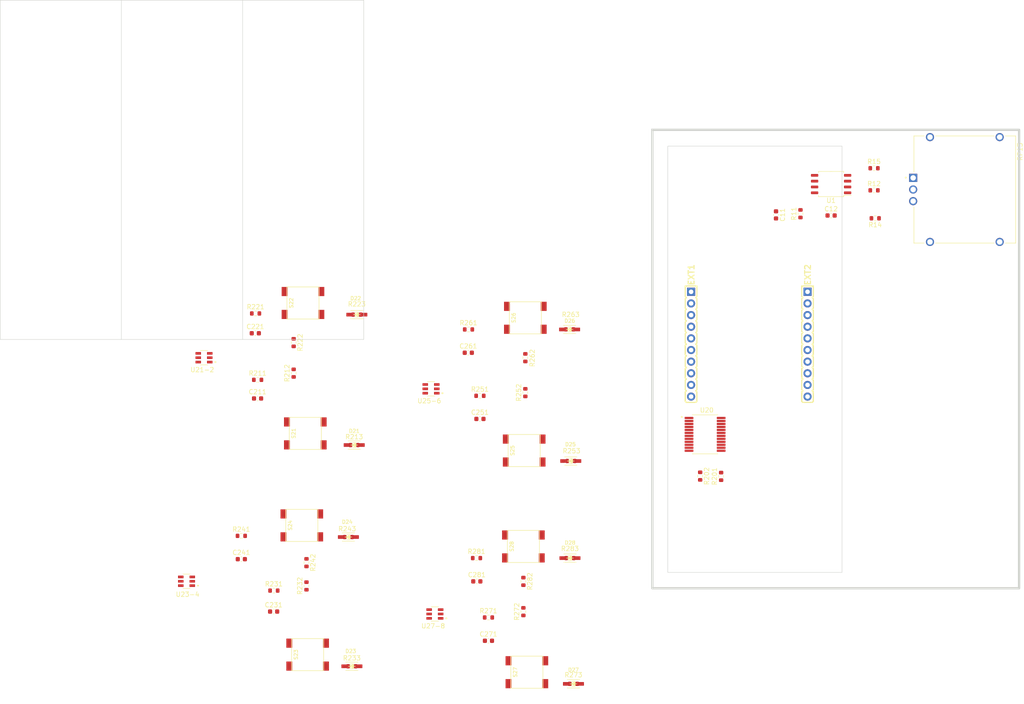
<source format=kicad_pcb>
(kicad_pcb (version 20211014) (generator pcbnew)
  (layers (0 "F.Cu" signal) (31 "B.Cu" signal) (34 "B.Paste" user) (35 "F.Paste" user) (36 "B.SilkS" user "B.Silkscreen") (37 "F.SilkS" user "F.Silkscreen") (38 "B.Mask" user) (39 "F.Mask" user) (44 "Edge.Cuts" user))
  (net 0 "")
  (net 1 "/ADC_CH0-U11RP1")
  (net 2 "GND")
  (net 3 "+3V3")
  (net 4 "Net-(C211-Pad1)")
  (net 5 "Net-(C221-Pad1)")
  (net 6 "Net-(C231-Pad1)")
  (net 7 "Net-(C241-Pad1)")
  (net 8 "Net-(C251-Pad1)")
  (net 9 "Net-(C261-Pad1)")
  (net 10 "Net-(C271-Pad1)")
  (net 11 "Net-(C281-Pad1)")
  (net 12 "Net-(D21-Pad1)")
  (net 13 "+5V")
  (net 14 "Net-(D22-Pad1)")
  (net 15 "Net-(D23-Pad1)")
  (net 16 "Net-(D24-Pad1)")
  (net 17 "Net-(D25-Pad1)")
  (net 18 "Net-(D26-Pad1)")
  (net 19 "Net-(D27-Pad1)")
  (net 20 "Net-(D28-Pad1)")
  (net 25 "/GPIO3-U20RESET")
  (net 32 "/GPIO32-INTB")
  (net 33 "/I2C_SCL")
  (net 36 "/I2C_SDA")
  (net 38 "Net-(R14-Pad1)")
  (net 39 "Net-(R15-Pad2)")
  (net 40 "Net-(R201-Pad2)")
  (net 41 "Net-(R211-Pad2)")
  (net 42 "Net-(R221-Pad2)")
  (net 43 "Net-(R231-Pad2)")
  (net 44 "Net-(R241-Pad2)")
  (net 45 "Net-(R251-Pad2)")
  (net 46 "Net-(R261-Pad2)")
  (net 47 "Net-(R271-Pad2)")
  (net 48 "Net-(R281-Pad2)")
  (net 49 "/U20GPA4-S21LED")
  (net 50 "/U20GPA5-S22LED")
  (net 51 "/U20GPA6-S23LED")
  (net 52 "/U20GPA7-S24LED")
  (net 53 "/U20GPA0-S25LED")
  (net 54 "/U20GPA1-S26LED")
  (net 55 "/U20GPA2-S27LED")
  (net 56 "/U20GPA3-S28LED")
  (net 57 "/U20GPB0-U256S25")
  (net 58 "/U20GPB1-U256S26")
  (net 59 "/U20GPB2-U278S27")
  (net 60 "/U20GPB3-U278S28")
  (net 61 "/U20GPB4-U212S21")
  (net 62 "/U20GPB5-U212S22")
  (net 63 "/U20GPB6-U234S23")
  (net 64 "/U20GPB7-U234S24")
  (net 69 "Net-(R12-Pad1)")
  (net 70 "Net-(R12-Pad2)")
  (footprint "Resistor_SMD:R_0603_1608Metric" (layer "F.Cu") (at 114.118 133.372 90)
    (fp_text reference "R272" (at 0 -1.43 90) (layer "F.SilkS"))
    (fp_text value "1KOhm")
    (pad "1" smd roundrect (at -0.825 0 90) (size 0.8 0.95) (layers "F.Cu" "F.Paste" "F.Mask") (net 47 "Net-(R271-Pad2)"))
    (pad "2" smd roundrect (at 0.825 0 90) (size 0.8 0.95) (layers "F.Cu" "F.Paste" "F.Mask") (net 3 "+3V3"))
  )
  (footprint "Resistor_SMD:R_0603_1608Metric" (layer "F.Cu") (at 59.69 128.778)
    (fp_text reference "R231" (at 0 -1.43) (layer "F.SilkS"))
    (fp_text value "10KOhm")
    (pad "1" smd roundrect (at -0.825 0) (size 0.8 0.95) (layers "F.Cu" "F.Paste" "F.Mask") (net 6 "Net-(C231-Pad1)"))
    (pad "2" smd roundrect (at 0.825 0) (size 0.8 0.95) (layers "F.Cu" "F.Paste" "F.Mask") (net 43 "Net-(R231-Pad2)"))
  )
  (footprint "3006:3006.2100" (layer "F.Cu") (at 66.04 66.04 90)
    (fp_text reference "S22" (at 0 -2.54 90) (layer "F.SilkS") (effects (font (size 0.787402 0.787402))))
    (fp_text value "3006.2100")
    (pad "1" smd rect locked (at 2.5 4 180) (size 1.3 2) (layers "F.Cu" "F.Paste" "F.Mask") (net 2 "GND"))
    (pad "2" smd rect locked (at -2.5 -4 180) (size 1.3 2) (layers "F.Cu" "F.Paste" "F.Mask") (net 42 "Net-(R221-Pad2)"))
    (pad "A" smd rect locked (at -2.5 4 180) (size 1.3 2) (layers "F.Cu" "F.Paste" "F.Mask") (net 14 "Net-(D22-Pad1)"))
    (pad "K" smd rect locked (at 2.5 -4 180) (size 1.3 2) (layers "F.Cu" "F.Paste" "F.Mask") (net 50 "/U20GPA5-S22LED"))
  )
  (footprint "Resistor_SMD:R_0603_1608Metric" (layer "F.Cu") (at 125.04 149.12)
    (fp_text reference "R273" (at 0 -1.938) (layer "F.SilkS"))
    (fp_text value "150Ohm")
    (pad "1" smd roundrect (at -0.825 0) (size 0.8 0.95) (layers "F.Cu" "F.Paste" "F.Mask") (net 19 "Net-(D27-Pad1)"))
    (pad "2" smd roundrect (at 0.825 0) (size 0.8 0.95) (layers "F.Cu" "F.Paste" "F.Mask") (net 13 "+5V"))
  )
  (footprint "3006:3006.2100" (layer "F.Cu") (at 114.88 146.58 90)
    (fp_text reference "S27" (at 0 -2.54 90) (layer "F.SilkS") (effects (font (size 0.787402 0.787402))))
    (fp_text value "3006.2100")
    (pad "1" smd rect locked (at 2.5 4 180) (size 1.3 2) (layers "F.Cu" "F.Paste" "F.Mask") (net 2 "GND"))
    (pad "2" smd rect locked (at -2.5 -4 180) (size 1.3 2) (layers "F.Cu" "F.Paste" "F.Mask") (net 47 "Net-(R271-Pad2)"))
    (pad "A" smd rect locked (at -2.5 4 180) (size 1.3 2) (layers "F.Cu" "F.Paste" "F.Mask") (net 19 "Net-(D27-Pad1)"))
    (pad "K" smd rect locked (at 2.5 -4 180) (size 1.3 2) (layers "F.Cu" "F.Paste" "F.Mask") (net 55 "/U20GPA2-S27LED"))
  )
  (footprint "Resistor_SMD:R_0603_1608Metric" (layer "F.Cu") (at 66.802 122.682 -90)
    (fp_text reference "R242" (at 0 -1.43 90) (layer "F.SilkS"))
    (fp_text value "1KOhm")
    (pad "1" smd roundrect (at -0.825 0 270) (size 0.8 0.95) (layers "F.Cu" "F.Paste" "F.Mask") (net 44 "Net-(R241-Pad2)"))
    (pad "2" smd roundrect (at 0.825 0 270) (size 0.8 0.95) (layers "F.Cu" "F.Paste" "F.Mask") (net 3 "+3V3"))
  )
  (footprint "Resistor_SMD:R_0603_1608Metric" (layer "F.Cu") (at 152.6805 103.802 -90)
    (fp_text reference "R202" (at 0 -1.43 90) (layer "F.SilkS"))
    (fp_text value "1kOhm")
    (pad "1" smd roundrect (at -0.825 0 270) (size 0.8 0.95) (layers "F.Cu" "F.Paste" "F.Mask") (net 40 "Net-(R201-Pad2)"))
    (pad "2" smd roundrect (at 0.825 0 270) (size 0.8 0.95) (layers "F.Cu" "F.Paste" "F.Mask") (net 2 "GND"))
  )
  (footprint "NSI45020T1G:SOD3716X135N" (layer "F.Cu") (at 124.196 71.814)
    (fp_text reference "D26" (at 0.04 -1.88319) (layer "F.SilkS") (effects (font (size 0.800079 0.800079))))
    (fp_text value "NSI45020T1G")
    (pad "1" smd roundrect locked (at -1.73 0) (size 1.12 0.8) (layers "F.Cu" "F.Paste" "F.Mask") (roundrect_rratio 0.08) (net 18 "Net-(D26-Pad1)"))
    (pad "2" smd roundrect locked (at 1.73 0) (size 1.12 0.8) (layers "F.Cu" "F.Paste" "F.Mask") (roundrect_rratio 0.08) (net 13 "+5V"))
  )
  (footprint "connecteur:HN1x10" (layer "F.Cu") (at 150.7 75.03 -90)
    (fp_text reference "EXT1" (at -15.143 -0.0635 90 unlocked) (layer "F.SilkS") (effects (font (size 1.27 1.27) (thickness 0.254))))
    (fp_text value "NS(HN1x10)")
    (pad "1" thru_hole rect (at -11.43 0 270) (size 1.778 1.778) (drill 1) (layers *.Cu *.Mask) (net 13 "+5V"))
    (pad "2" thru_hole circle (at -8.89 0 270) (size 1.778 1.778) (drill 1) (layers *.Cu *.Mask) (net 3 "+3V3"))
    (pad "3" thru_hole circle (at -6.35 0 270) (size 1.778 1.778) (drill 1) (layers *.Cu *.Mask) (net 2 "GND"))
    (pad "4" thru_hole circle (at -3.81 0 270) (size 1.778 1.778) (drill 1) (layers *.Cu *.Mask))
    (pad "5" thru_hole circle (at -1.27 0 270) (size 1.778 1.778) (drill 1) (layers *.Cu *.Mask))
    (pad "6" thru_hole circle (at 1.27 0 270) (size 1.778 1.778) (drill 1) (layers *.Cu *.Mask))
    (pad "7" thru_hole circle (at 3.81 0 270) (size 1.778 1.778) (drill 1) (layers *.Cu *.Mask))
    (pad "8" thru_hole circle (at 6.35 0 270) (size 1.778 1.778) (drill 1) (layers *.Cu *.Mask))
    (pad "9" thru_hole circle (at 8.89 0 270) (size 1.778 1.778) (drill 1) (layers *.Cu *.Mask))
    (pad "10" thru_hole circle (at 11.43 0 270) (size 1.778 1.778) (drill 1) (layers *.Cu *.Mask))
  )
  (footprint "Resistor_SMD:R_0603_1608Metric" (layer "F.Cu") (at 104.638 86.292)
    (fp_text reference "R251" (at 0 -1.43) (layer "F.SilkS"))
    (fp_text value "10KOhm")
    (pad "1" smd roundrect (at -0.825 0) (size 0.8 0.95) (layers "F.Cu" "F.Paste" "F.Mask") (net 8 "Net-(C251-Pad1)"))
    (pad "2" smd roundrect (at 0.825 0) (size 0.8 0.95) (layers "F.Cu" "F.Paste" "F.Mask") (net 45 "Net-(R251-Pad2)"))
  )
  (footprint "Capacitor_SMD:C_0603_1608Metric" (layer "F.Cu") (at 104.638 91.332)
    (fp_text reference "C251" (at 0 -1.43) (layer "F.SilkS"))
    (fp_text value "100nF")
    (pad "1" smd roundrect (at -0.775 0) (size 0.9 0.95) (layers "F.Cu" "F.Paste" "F.Mask") (net 8 "Net-(C251-Pad1)"))
    (pad "2" smd roundrect (at 0.775 0) (size 0.9 0.95) (layers "F.Cu" "F.Paste" "F.Mask") (net 2 "GND"))
  )
  (footprint "Capacitor_SMD:C_0603_1608Metric" (layer "F.Cu") (at 102.098 76.894)
    (fp_text reference "C261" (at 0 -1.43) (layer "F.SilkS"))
    (fp_text value "100nF")
    (pad "1" smd roundrect (at -0.775 0) (size 0.9 0.95) (layers "F.Cu" "F.Paste" "F.Mask") (net 9 "Net-(C261-Pad1)"))
    (pad "2" smd roundrect (at 0.775 0) (size 0.9 0.95) (layers "F.Cu" "F.Paste" "F.Mask") (net 2 "GND"))
  )
  (footprint "Capacitor_SMD:C_0603_1608Metric" (layer "F.Cu") (at 56.134 86.868)
    (fp_text reference "C211" (at 0 -1.43) (layer "F.SilkS"))
    (fp_text value "100nF")
    (pad "1" smd roundrect (at -0.775 0) (size 0.9 0.95) (layers "F.Cu" "F.Paste" "F.Mask") (net 4 "Net-(C211-Pad1)"))
    (pad "2" smd roundrect (at 0.775 0) (size 0.9 0.95) (layers "F.Cu" "F.Paste" "F.Mask") (net 2 "GND"))
  )
  (footprint "Resistor_SMD:R_0603_1608Metric" (layer "F.Cu") (at 77.216 97.028)
    (fp_text reference "R213" (at 0 -1.778) (layer "F.SilkS"))
    (fp_text value "150Ohm")
    (pad "1" smd roundrect (at -0.825 0) (size 0.8 0.95) (layers "F.Cu" "F.Paste" "F.Mask") (net 12 "Net-(D21-Pad1)"))
    (pad "2" smd roundrect (at 0.825 0) (size 0.8 0.95) (layers "F.Cu" "F.Paste" "F.Mask") (net 13 "+5V"))
  )
  (footprint "Resistor_SMD:R_0603_1608Metric" (layer "F.Cu") (at 124.196 71.794)
    (fp_text reference "R263" (at 0.25 -3.22) (layer "F.SilkS"))
    (fp_text value "150Ohm")
    (pad "1" smd roundrect (at -0.825 0) (size 0.8 0.95) (layers "F.Cu" "F.Paste" "F.Mask") (net 18 "Net-(D26-Pad1)"))
    (pad "2" smd roundrect (at 0.825 0) (size 0.8 0.95) (layers "F.Cu" "F.Paste" "F.Mask") (net 13 "+5V"))
  )
  (footprint "Resistor_SMD:R_0603_1608Metric" (layer "F.Cu") (at 75.946 117.094)
    (fp_text reference "R243" (at -0.254 -1.778) (layer "F.SilkS"))
    (fp_text value "150Ohm")
    (pad "1" smd roundrect (at -0.825 0) (size 0.8 0.95) (layers "F.Cu" "F.Paste" "F.Mask") (net 16 "Net-(D24-Pad1)"))
    (pad "2" smd roundrect (at 0.825 0) (size 0.8 0.95) (layers "F.Cu" "F.Paste" "F.Mask") (net 13 "+5V"))
  )
  (footprint "SN74LVC2G14DBVTG4:SOT95P280X145-6N" (layer "F.Cu") (at 40.64 126.746 180)
    (fp_text reference "U23-4" (at -0.239 -2.86) (layer "F.SilkS"))
    (fp_text value "SN74LVC2G14DBVTG4")
    (pad "1" smd roundrect locked (at -1.255 -0.95 180) (size 1.21 0.58) (layers "F.Cu" "F.Paste" "F.Mask") (roundrect_rratio 0.07) (net 6 "Net-(C231-Pad1)"))
    (pad "2" smd roundrect locked (at -1.255 0 180) (size 1.21 0.58) (layers "F.Cu" "F.Paste" "F.Mask") (roundrect_rratio 0.07) (net 2 "GND"))
    (pad "3" smd roundrect locked (at -1.255 0.95 180) (size 1.21 0.58) (layers "F.Cu" "F.Paste" "F.Mask") (roundrect_rratio 0.07) (net 7 "Net-(C241-Pad1)"))
    (pad "4" smd roundrect locked (at 1.255 0.95 180) (size 1.21 0.58) (layers "F.Cu" "F.Paste" "F.Mask") (roundrect_rratio 0.07) (net 64 "/U20GPB7-U234S24"))
    (pad "5" smd roundrect locked (at 1.255 0 180) (size 1.21 0.58) (layers "F.Cu" "F.Paste" "F.Mask") (roundrect_rratio 0.07) (net 3 "+3V3"))
    (pad "6" smd roundrect locked (at 1.255 -0.95 180) (size 1.21 0.58) (layers "F.Cu" "F.Paste" "F.Mask") (roundrect_rratio 0.07) (net 63 "/U20GPB6-U234S23"))
  )
  (footprint "Resistor_SMD:R_0603_1608Metric" (layer "F.Cu") (at 190.61 41.468)
    (fp_text reference "R12" (at 0 -1.43) (layer "F.SilkS"))
    (fp_text value "150Ohm")
    (pad "1" smd roundrect (at -0.825 0) (size 0.8 0.95) (layers "F.Cu" "F.Paste" "F.Mask") (net 69 "Net-(R12-Pad1)"))
    (pad "2" smd roundrect (at 0.825 0) (size 0.8 0.95) (layers "F.Cu" "F.Paste" "F.Mask") (net 70 "Net-(R12-Pad2)"))
  )
  (footprint "SN74LVC2G14DBVTG4:SOT95P280X145-6N" (layer "F.Cu") (at 93.97 84.768 180)
    (fp_text reference "U25-6" (at 0.375 -2.635) (layer "F.SilkS"))
    (fp_text value "SN74LVC2G14DBVTG4")
    (pad "1" smd roundrect locked (at -1.255 -0.95 180) (size 1.21 0.58) (layers "F.Cu" "F.Paste" "F.Mask") (roundrect_rratio 0.07) (net 8 "Net-(C251-Pad1)"))
    (pad "2" smd roundrect locked (at -1.255 0 180) (size 1.21 0.58) (layers "F.Cu" "F.Paste" "F.Mask") (roundrect_rratio 0.07) (net 2 "GND"))
    (pad "3" smd roundrect locked (at -1.255 0.95 180) (size 1.21 0.58) (layers "F.Cu" "F.Paste" "F.Mask") (roundrect_rratio 0.07) (net 9 "Net-(C261-Pad1)"))
    (pad "4" smd roundrect locked (at 1.255 0.95 180) (size 1.21 0.58) (layers "F.Cu" "F.Paste" "F.Mask") (roundrect_rratio 0.07) (net 58 "/U20GPB1-U256S26"))
    (pad "5" smd roundrect locked (at 1.255 0 180) (size 1.21 0.58) (layers "F.Cu" "F.Paste" "F.Mask") (roundrect_rratio 0.07) (net 3 "+3V3"))
    (pad "6" smd roundrect locked (at 1.255 -0.95 180) (size 1.21 0.58) (layers "F.Cu" "F.Paste" "F.Mask") (roundrect_rratio 0.07) (net 57 "/U20GPB0-U256S25"))
  )
  (footprint "connecteur:HN1x10" (layer "F.Cu") (at 176.1 75.03 -90)
    (fp_text reference "EXT2" (at -15.143 -0.0635 90 unlocked) (layer "F.SilkS") (effects (font (size 1.27 1.27) (thickness 0.254))))
    (fp_text value "NS(HN1x10)")
    (pad "1" thru_hole rect (at -11.43 0 270) (size 1.778 1.778) (drill 1) (layers *.Cu *.Mask))
    (pad "2" thru_hole circle (at -8.89 0 270) (size 1.778 1.778) (drill 1) (layers *.Cu *.Mask))
    (pad "3" thru_hole circle (at -6.35 0 270) (size 1.778 1.778) (drill 1) (layers *.Cu *.Mask) (net 1 "/ADC_CH0-U11RP1"))
    (pad "4" thru_hole circle (at -3.81 0 270) (size 1.778 1.778) (drill 1) (layers *.Cu *.Mask))
    (pad "5" thru_hole circle (at -1.27 0 270) (size 1.778 1.778) (drill 1) (layers *.Cu *.Mask))
    (pad "6" thru_hole circle (at 1.27 0 270) (size 1.778 1.778) (drill 1) (layers *.Cu *.Mask) (net 32 "/GPIO32-INTB"))
    (pad "7" thru_hole circle (at 3.81 0 270) (size 1.778 1.778) (drill 1) (layers *.Cu *.Mask) (net 33 "/I2C_SCL"))
    (pad "8" thru_hole circle (at 6.35 0 270) (size 1.778 1.778) (drill 1) (layers *.Cu *.Mask))
    (pad "9" thru_hole circle (at 8.89 0 270) (size 1.778 1.778) (drill 1) (layers *.Cu *.Mask))
    (pad "10" thru_hole circle (at 11.43 0 270) (size 1.778 1.778) (drill 1) (layers *.Cu *.Mask) (net 36 "/I2C_SDA"))
  )
  (footprint "NSI45020T1G:SOD3716X135N" (layer "F.Cu") (at 75.946 117.094)
    (fp_text reference "D24" (at -0.254 -3.302) (layer "F.SilkS") (effects (font (size 0.800079 0.800079))))
    (fp_text value "NSI45020T1G")
    (pad "1" smd roundrect locked (at -1.73 0) (size 1.12 0.8) (layers "F.Cu" "F.Paste" "F.Mask") (roundrect_rratio 0.08) (net 16 "Net-(D24-Pad1)"))
    (pad "2" smd roundrect locked (at 1.73 0) (size 1.12 0.8) (layers "F.Cu" "F.Paste" "F.Mask") (roundrect_rratio 0.08) (net 13 "+5V"))
  )
  (footprint "3006:3006.2100" (layer "F.Cu") (at 67.056 142.748 90)
    (fp_text reference "S23" (at 0 -2.54 90) (layer "F.SilkS") (effects (font (size 0.787402 0.787402))))
    (fp_text value "3006.2100")
    (pad "1" smd rect locked (at 2.5 4 180) (size 1.3 2) (layers "F.Cu" "F.Paste" "F.Mask") (net 2 "GND"))
    (pad "2" smd rect locked (at -2.5 -4 180) (size 1.3 2) (layers "F.Cu" "F.Paste" "F.Mask") (net 43 "Net-(R231-Pad2)"))
    (pad "A" smd rect locked (at -2.5 4 180) (size 1.3 2) (layers "F.Cu" "F.Paste" "F.Mask") (net 15 "Net-(D23-Pad1)"))
    (pad "K" smd rect locked (at 2.5 -4 180) (size 1.3 2) (layers "F.Cu" "F.Paste" "F.Mask") (net 51 "/U20GPA6-S23LED"))
  )
  (footprint "Resistor_SMD:R_0603_1608Metric" (layer "F.Cu") (at 114.118 126.768 -90)
    (fp_text reference "R282" (at 0 -1.43 90) (layer "F.SilkS"))
    (fp_text value "1KOhm")
    (pad "1" smd roundrect (at -0.825 0 270) (size 0.8 0.95) (layers "F.Cu" "F.Paste" "F.Mask") (net 48 "Net-(R281-Pad2)"))
    (pad "2" smd roundrect (at 0.825 0 270) (size 0.8 0.95) (layers "F.Cu" "F.Paste" "F.Mask") (net 3 "+3V3"))
  )
  (footprint "Resistor_SMD:R_0603_1608Metric" (layer "F.Cu") (at 76.708 145.288)
    (fp_text reference "R233" (at 0 -1.778) (layer "F.SilkS"))
    (fp_text value "150Ohm")
    (pad "1" smd roundrect (at -0.825 0) (size 0.8 0.95) (layers "F.Cu" "F.Paste" "F.Mask") (net 15 "Net-(D23-Pad1)"))
    (pad "2" smd roundrect (at 0.825 0) (size 0.8 0.95) (layers "F.Cu" "F.Paste" "F.Mask") (net 13 "+5V"))
  )
  (footprint "Capacitor_SMD:C_0603_1608Metric" (layer "F.Cu") (at 55.639 72.644)
    (fp_text reference "C221" (at 0 -1.43) (layer "F.SilkS"))
    (fp_text value "100nF")
    (pad "1" smd roundrect (at -0.775 0) (size 0.9 0.95) (layers "F.Cu" "F.Paste" "F.Mask") (net 5 "Net-(C221-Pad1)"))
    (pad "2" smd roundrect (at 0.775 0) (size 0.9 0.95) (layers "F.Cu" "F.Paste" "F.Mask") (net 2 "GND"))
  )
  (footprint "NSI45020T1G:SOD3716X135N" (layer "F.Cu") (at 125.04 149.12)
    (fp_text reference "D27" (at 0 -3.048) (layer "F.SilkS") (effects (font (size 0.800079 0.800079))))
    (fp_text value "NSI45020T1G")
    (pad "1" smd roundrect locked (at -1.73 0) (size 1.12 0.8) (layers "F.Cu" "F.Paste" "F.Mask") (roundrect_rratio 0.08) (net 19 "Net-(D27-Pad1)"))
    (pad "2" smd roundrect locked (at 1.73 0) (size 1.12 0.8) (layers "F.Cu" "F.Paste" "F.Mask") (roundrect_rratio 0.08) (net 13 "+5V"))
  )
  (footprint "NSI45020T1G:SOD3716X135N" (layer "F.Cu") (at 77.216 97.028)
    (fp_text reference "D21" (at 0 -3.048) (layer "F.SilkS") (effects (font (size 0.800079 0.800079))))
    (fp_text value "NSI45020T1G")
    (pad "1" smd roundrect locked (at -1.73 0) (size 1.12 0.8) (layers "F.Cu" "F.Paste" "F.Mask") (roundrect_rratio 0.08) (net 12 "Net-(D21-Pad1)"))
    (pad "2" smd roundrect locked (at 1.73 0) (size 1.12 0.8) (layers "F.Cu" "F.Paste" "F.Mask") (roundrect_rratio 0.08) (net 13 "+5V"))
  )
  (footprint "NSI45020T1G:SOD3716X135N" (layer "F.Cu") (at 77.785 68.58)
    (fp_text reference "D22" (at -0.254 -3.556) (layer "F.SilkS") (effects (font (size 0.800079 0.800079))))
    (fp_text value "NSI45020T1G")
    (pad "1" smd roundrect locked (at -1.73 0) (size 1.12 0.8) (layers "F.Cu" "F.Paste" "F.Mask") (roundrect_rratio 0.08) (net 14 "Net-(D22-Pad1)"))
    (pad "2" smd roundrect locked (at 1.73 0) (size 1.12 0.8) (layers "F.Cu" "F.Paste" "F.Mask") (roundrect_rratio 0.08) (net 13 "+5V"))
  )
  (footprint "Capacitor_SMD:C_0603_1608Metric" (layer "F.Cu") (at 103.958 126.768)
    (fp_text reference "C281" (at 0 -1.43) (layer "F.SilkS"))
    (fp_text value "100nF")
    (pad "1" smd roundrect (at -0.775 0) (size 0.9 0.95) (layers "F.Cu" "F.Paste" "F.Mask") (net 11 "Net-(C281-Pad1)"))
    (pad "2" smd roundrect (at 0.775 0) (size 0.9 0.95) (layers "F.Cu" "F.Paste" "F.Mask") (net 2 "GND"))
  )
  (footprint "Resistor_SMD:R_0603_1608Metric" (layer "F.Cu") (at 124.495 100.506)
    (fp_text reference "R253" (at 0.13 -2.19) (layer "F.SilkS"))
    (fp_text value "150Ohm")
    (pad "1" smd roundrect (at -0.825 0) (size 0.8 0.95) (layers "F.Cu" "F.Paste" "F.Mask") (net 17 "Net-(D25-Pad1)"))
    (pad "2" smd roundrect (at 0.825 0) (size 0.8 0.95) (layers "F.Cu" "F.Paste" "F.Mask") (net 13 "+5V"))
  )
  (footprint "Resistor_SMD:R_0603_1608Metric" (layer "F.Cu") (at 190.61 36.642)
    (fp_text reference "R15" (at 0 -1.43) (layer "F.SilkS"))
    (fp_text value "3.9kOhm")
    (pad "1" smd roundrect (at -0.825 0) (size 0.8 0.95) (layers "F.Cu" "F.Paste" "F.Mask") (net 3 "+3V3"))
    (pad "2" smd roundrect (at 0.825 0) (size 0.8 0.95) (layers "F.Cu" "F.Paste" "F.Mask") (net 39 "Net-(R15-Pad2)"))
  )
  (footprint "3006:3006.2100" (layer "F.Cu") (at 114.544 69.274 90)
    (fp_text reference "S26" (at 0 -2.54 90) (layer "F.SilkS") (effects (font (size 0.787402 0.787402))))
    (fp_text value "3006.2100")
    (pad "1" smd rect locked (at 2.5 4 180) (size 1.3 2) (layers "F.Cu" "F.Paste" "F.Mask") (net 2 "GND"))
    (pad "2" smd rect locked (at -2.5 -4 180) (size 1.3 2) (layers "F.Cu" "F.Paste" "F.Mask") (net 46 "Net-(R261-Pad2)"))
    (pad "A" smd rect locked (at -2.5 4 180) (size 1.3 2) (layers "F.Cu" "F.Paste" "F.Mask") (net 18 "Net-(D26-Pad1)"))
    (pad "K" smd rect locked (at 2.5 -4 180) (size 1.3 2) (layers "F.Cu" "F.Paste" "F.Mask") (net 54 "/U20GPA1-S26LED"))
  )
  (footprint "3006:3006.2100" (layer "F.Cu") (at 114.118 119.148 90)
    (fp_text reference "S28" (at 0 -2.54 90) (layer "F.SilkS") (effects (font (size 0.787402 0.787402))))
    (fp_text value "3006.2100")
    (pad "1" smd rect locked (at 2.5 4 180) (size 1.3 2) (layers "F.Cu" "F.Paste" "F.Mask") (net 2 "GND"))
    (pad "2" smd rect locked (at -2.5 -4 180) (size 1.3 2) (layers "F.Cu" "F.Paste" "F.Mask") (net 48 "Net-(R281-Pad2)"))
    (pad "A" smd rect locked (at -2.5 4 180) (size 1.3 2) (layers "F.Cu" "F.Paste" "F.Mask") (net 20 "Net-(D28-Pad1)"))
    (pad "K" smd rect locked (at 2.5 -4 180) (size 1.3 2) (layers "F.Cu" "F.Paste" "F.Mask") (net 56 "/U20GPA3-S28LED"))
  )
  (footprint "MCP23018-E_SS:SOP65P780X200-24N" (layer "F.Cu") (at 153.7525 94.7)
    (fp_text reference "U20" (at 0.375 -5.275) (layer "F.SilkS"))
    (fp_text value "MCP23018-E/SS")
    (pad "1" smd roundrect locked (at -3.505 -3.575) (size 1.9 0.48) (layers "F.Cu" "F.Paste" "F.Mask") (roundrect_rratio 0.12) (net 2 "GND"))
    (pad "2" smd roundrect locked (at -3.505 -2.925) (size 1.9 0.48) (layers "F.Cu" "F.Paste" "F.Mask") (roundrect_rratio 0.12) (net 57 "/U20GPB0-U256S25"))
    (pad "3" smd roundrect locked (at -3.505 -2.275) (size 1.9 0.48) (layers "F.Cu" "F.Paste" "F.Mask") (roundrect_rratio 0.12) (net 58 "/U20GPB1-U256S26"))
    (pad "4" smd roundrect locked (at -3.505 -1.625) (size 1.9 0.48) (layers "F.Cu" "F.Paste" "F.Mask") (roundrect_rratio 0.12) (net 59 "/U20GPB2-U278S27"))
    (pad "5" smd roundrect locked (at -3.505 -0.975) (size 1.9 0.48) (layers "F.Cu" "F.Paste" "F.Mask") (roundrect_rratio 0.12) (net 60 "/U20GPB3-U278S28"))
    (pad "6" smd roundrect locked (at -3.505 -0.325) (size 1.9 0.48) (layers "F.Cu" "F.Paste" "F.Mask") (roundrect_rratio 0.12) (net 61 "/U20GPB4-U212S21"))
    (pad "7" smd roundrect locked (at -3.505 0.325) (size 1.9 0.48) (layers "F.Cu" "F.Paste" "F.Mask") (roundrect_rratio 0.12) (net 62 "/U20GPB5-U212S22"))
    (pad "8" smd roundrect locked (at -3.505 0.975) (size 1.9 0.48) (layers "F.Cu" "F.Paste" "F.Mask") (roundrect_rratio 0.12) (net 63 "/U20GPB6-U234S23"))
    (pad "9" smd roundrect locked (at -3.505 1.625) (size 1.9 0.48) (layers "F.Cu" "F.Paste" "F.Mask") (roundrect_rratio 0.12) (net 64 "/U20GPB7-U234S24"))
    (pad "10" smd roundrect locked (at -3.505 2.275) (size 1.9 0.48) (layers "F.Cu" "F.Paste" "F.Mask") (roundrect_rratio 0.12) (net 3 "+3V3"))
    (pad "11" smd roundrect locked (at -3.505 2.925) (size 1.9 0.48) (layers "F.Cu" "F.Paste" "F.Mask") (roundrect_rratio 0.12) (net 33 "/I2C_SCL"))
    (pad "12" smd roundrect locked (at -3.505 3.575) (size 1.9 0.48) (layers "F.Cu" "F.Paste" "F.Mask") (roundrect_rratio 0.12) (net 36 "/I2C_SDA"))
    (pad "13" smd roundrect locked (at 3.505 3.575) (size 1.9 0.48) (layers "F.Cu" "F.Paste" "F.Mask") (roundrect_rratio 0.12) (net 40 "Net-(R201-Pad2)"))
    (pad "14" smd roundrect locked (at 3.505 2.925) (size 1.9 0.48) (layers "F.Cu" "F.Paste" "F.Mask") (roundrect_rratio 0.12) (net 25 "/GPIO3-U20RESET"))
    (pad "15" smd roundrect locked (at 3.505 2.275) (size 1.9 0.48) (layers "F.Cu" "F.Paste" "F.Mask") (roundrect_rratio 0.12) (net 32 "/GPIO32-INTB"))
    (pad "16" smd roundrect locked (at 3.505 1.625) (size 1.9 0.48) (layers "F.Cu" "F.Paste" "F.Mask") (roundrect_rratio 0.12))
    (pad "17" smd roundrect locked (at 3.505 0.975) (size 1.9 0.48) (layers "F.Cu" "F.Paste" "F.Mask") (roundrect_rratio 0.12) (net 53 "/U20GPA0-S25LED"))
    (pad "18" smd roundrect locked (at 3.505 0.325) (size 1.9 0.48) (layers "F.Cu" "F.Paste" "F.Mask") (roundrect_rratio 0.12) (net 54 "/U20GPA1-S26LED"))
    (pad "19" smd roundrect locked (at 3.505 -0.325) (size 1.9 0.48) (layers "F.Cu" "F.Paste" "F.Mask") (roundrect_rratio 0.12) (net 55 "/U20GPA2-S27LED"))
    (pad "20" smd roundrect locked (at 3.505 -0.975) (size 1.9 0.48) (layers "F.Cu" "F.Paste" "F.Mask") (roundrect_rratio 0.12) (net 56 "/U20GPA3-S28LED"))
    (pad "21" smd roundrect locked (at 3.505 -1.625) (size 1.9 0.48) (layers "F.Cu" "F.Paste" "F.Mask") (roundrect_rratio 0.12) (net 49 "/U20GPA4-S21LED"))
    (pad "22" smd roundrect locked (at 3.505 -2.275) (size 1.9 0.48) (layers "F.Cu" "F.Paste" "F.Mask") (roundrect_rratio 0.12) (net 50 "/U20GPA5-S22LED"))
    (pad "23" smd roundrect locked (at 3.505 -2.925) (size 1.9 0.48) (layers "F.Cu" "F.Paste" "F.Mask") (roundrect_rratio 0.12) (net 51 "/U20GPA6-S23LED"))
    (pad "24" smd roundrect locked (at 3.505 -3.575) (size 1.9 0.48) (layers "F.Cu" "F.Paste" "F.Mask") (roundrect_rratio 0.12) (net 52 "/U20GPA7-S24LED"))
  )
  (footprint "Resistor_SMD:R_0603_1608Metric" (layer "F.Cu") (at 64.008 81.343 90)
    (fp_text reference "R212" (at 0 -1.43 90) (layer "F.SilkS"))
    (fp_text value "1KOhm")
    (pad "1" smd roundrect (at -0.825 0 90) (size 0.8 0.95) (layers "F.Cu" "F.Paste" "F.Mask") (net 41 "Net-(R211-Pad2)"))
    (pad "2" smd roundrect (at 0.825 0 90) (size 0.8 0.95) (layers "F.Cu" "F.Paste" "F.Mask") (net 3 "+3V3"))
  )
  (footprint "Resistor_SMD:R_0603_1608Metric" (layer "F.Cu") (at 102.148 71.814)
    (fp_text reference "R261" (at 0 -1.43) (layer "F.SilkS"))
    (fp_text value "10KOhm")
    (pad "1" smd roundrect (at -0.825 0) (size 0.8 0.95) (layers "F.Cu" "F.Paste" "F.Mask") (net 9 "Net-(C261-Pad1)"))
    (pad "2" smd roundrect (at 0.825 0) (size 0.8 0.95) (layers "F.Cu" "F.Paste" "F.Mask") (net 46 "Net-(R261-Pad2)"))
  )
  (footprint "NSI45020T1G:SOD3716X135N" (layer "F.Cu") (at 124.45 100.516)
    (fp_text reference "D25" (at -0.06 -3.63) (layer "F.SilkS") (effects (font (size 0.800079 0.800079))))
    (fp_text value "NSI45020T1G")
    (pad "1" smd roundrect locked (at -1.73 0) (size 1.12 0.8) (layers "F.Cu" "F.Paste" "F.Mask") (roundrect_rratio 0.08) (net 17 "Net-(D25-Pad1)"))
    (pad "2" smd roundrect locked (at 1.73 0) (size 1.12 0.8) (layers "F.Cu" "F.Paste" "F.Mask") (roundrect_rratio 0.08) (net 13 "+5V"))
  )
  (footprint "Resistor_SMD:R_0603_1608Metric" (layer "F.Cu") (at 157.2525 103.865 90)
    (fp_text reference "R201" (at 0 -1.43 90) (layer "F.SilkS"))
    (fp_text value "15kOhm")
    (pad "1" smd roundrect (at -0.825 0 90) (size 0.8 0.95) (layers "F.Cu" "F.Paste" "F.Mask") (net 3 "+3V3"))
    (pad "2" smd roundrect (at 0.825 0 90) (size 0.8 0.95) (layers "F.Cu" "F.Paste" "F.Mask") (net 40 "Net-(R201-Pad2)"))
  )
  (footprint "Capacitor_SMD:C_0603_1608Metric" (layer "F.Cu") (at 52.591 121.92)
    (fp_text reference "C241" (at 0 -1.43) (layer "F.SilkS"))
    (fp_text value "100nF")
    (pad "1" smd roundrect (at -0.775 0) (size 0.9 0.95) (layers "F.Cu" "F.Paste" "F.Mask") (net 7 "Net-(C241-Pad1)"))
    (pad "2" smd roundrect (at 0.775 0) (size 0.9 0.95) (layers "F.Cu" "F.Paste" "F.Mask") (net 2 "GND"))
  )
  (footprint "Capacitor_SMD:C_0603_1608Metric" (layer "F.Cu") (at 106.498 139.722)
    (fp_text reference "C271" (at 0 -1.43) (layer "F.SilkS"))
    (fp_text value "100nF")
    (pad "1" smd roundrect (at -0.775 0) (size 0.9 0.95) (layers "F.Cu" "F.Paste" "F.Mask") (net 10 "Net-(C271-Pad1)"))
    (pad "2" smd roundrect (at 0.775 0) (size 0.9 0.95) (layers "F.Cu" "F.Paste" "F.Mask") (net 2 "GND"))
  )
  (footprint "Resistor_SMD:R_0603_1608Metric" (layer "F.Cu") (at 52.591 116.84)
    (fp_text reference "R241" (at 0 -1.43) (layer "F.SilkS"))
    (fp_text value "10KOhm")
    (pad "1" smd roundrect (at -0.825 0) (size 0.8 0.95) (layers "F.Cu" "F.Paste" "F.Mask") (net 7 "Net-(C241-Pad1)"))
    (pad "2" smd roundrect (at 0.825 0) (size 0.8 0.95) (layers "F.Cu" "F.Paste" "F.Mask") (net 44 "Net-(R241-Pad2)"))
  )
  (footprint "Package_SO:SOIC-8_5.275x5.275mm_P1.27mm" (layer "F.Cu") (at 181.24 40.1 180)
    (fp_text reference "U1" (at 0 -3.59) (layer "F.SilkS"))
    (fp_text value "LM358")
    (pad "1" smd roundrect (at -3.6 -1.905 180) (size 1.6 0.6) (layers "F.Cu" "F.Paste" "F.Mask") (net 2 "GND"))
    (pad "2" smd roundrect (at -3.6 -0.635 180) (size 1.6 0.6) (layers "F.Cu" "F.Paste" "F.Mask") (net 2 "GND"))
    (pad "3" smd roundrect (at -3.6 0.635 180) (size 1.6 0.6) (layers "F.Cu" "F.Paste" "F.Mask") (net 70 "Net-(R12-Pad2)"))
    (pad "4" smd roundrect (at -3.6 1.905 180) (size 1.6 0.6) (layers "F.Cu" "F.Paste" "F.Mask") (net 2 "GND"))
    (pad "5" smd roundrect (at 3.6 1.905 180) (size 1.6 0.6) (layers "F.Cu" "F.Paste" "F.Mask"))
    (pad "6" smd roundrect (at 3.6 0.635 180) (size 1.6 0.6) (layers "F.Cu" "F.Paste" "F.Mask"))
    (pad "7" smd roundrect (at 3.6 -0.635 180) (size 1.6 0.6) (layers "F.Cu" "F.Paste" "F.Mask"))
    (pad "8" smd roundrect (at 3.6 -1.905 180) (size 1.6 0.6) (layers "F.Cu" "F.Paste" "F.Mask") (net 3 "+3V3"))
  )
  (footprint "Capacitor_SMD:C_0603_1608Metric" (layer "F.Cu") (at 181.24 46.958)
    (fp_text reference "C12" (at 0 -1.43) (layer "F.SilkS"))
    (fp_text value "100nF")
    (pad "1" smd roundrect (at -0.775 0) (size 0.9 0.95) (layers "F.Cu" "F.Paste" "F.Mask") (net 3 "+3V3"))
    (pad "2" smd roundrect (at 0.775 0) (size 0.9 0.95) (layers "F.Cu" "F.Paste" "F.Mask") (net 2 "GND"))
  )
  (footprint "Resistor_SMD:R_0603_1608Metric" (layer "F.Cu") (at 64.008 74.676 -90)
    (fp_text reference "R222" (at 0 -1.43 90) (layer "F.SilkS"))
    (fp_text value "1KOhm")
    (pad "1" smd roundrect (at -0.825 0 270) (size 0.8 0.95) (layers "F.Cu" "F.Paste" "F.Mask") (net 42 "Net-(R221-Pad2)"))
    (pad "2" smd roundrect (at 0.825 0 270) (size 0.8 0.95) (layers "F.Cu" "F.Paste" "F.Mask") (net 3 "+3V3"))
  )
  (footprint "Resistor_SMD:R_0603_1608Metric" (layer "F.Cu") (at 124.278 121.688)
    (fp_text reference "R283" (at 0 -2.0574) (layer "F.SilkS"))
    (fp_text value "150Ohm")
    (pad "1" smd roundrect (at -0.825 0) (size 0.8 0.95) (layers "F.Cu" "F.Paste" "F.Mask") (net 20 "Net-(D28-Pad1)"))
    (pad "2" smd roundrect (at 0.825 0) (size 0.8 0.95) (layers "F.Cu" "F.Paste" "F.Mask") (net 13 "+5V"))
  )
  (footprint "NSI45020T1G:SOD3716X135N" (layer "F.Cu") (at 76.708 145.288)
    (fp_text reference "D23" (at -0.254 -3.302 180) (layer "F.SilkS") (effects (font (size 0.800079 0.800079))))
    (fp_text value "NSI45020T1G")
    (pad "1" smd roundrect locked (at -1.73 0) (size 1.12 0.8) (layers "F.Cu" "F.Paste" "F.Mask") (roundrect_rratio 0.08) (net 15 "Net-(D23-Pad1)"))
    (pad "2" smd roundrect locked (at 1.73 0) (size 1.12 0.8) (layers "F.Cu" "F.Paste" "F.Mask") (roundrect_rratio 0.08) (net 13 "+5V"))
  )
  (footprint "SN74LVC2G14DBVTG4:SOT95P280X145-6N" (layer "F.Cu") (at 94.814 133.88 180)
    (fp_text reference "U27-8" (at 0.375 -2.635) (layer "F.SilkS"))
    (fp_text value "SN74LVC2G14DBVTG4")
    (pad "1" smd roundrect locked (at -1.255 -0.95 180) (size 1.21 0.58) (layers "F.Cu" "F.Paste" "F.Mask") (roundrect_rratio 0.07) (net 10 "Net-(C271-Pad1)"))
    (pad "2" smd roundrect locked (at -1.255 0 180) (size 1.21 0.58) (layers "F.Cu" "F.Paste" "F.Mask") (roundrect_rratio 0.07) (net 2 "GND"))
    (pad "3" smd roundrect locked (at -1.255 0.95 180) (size 1.21 0.58) (layers "F.Cu" "F.Paste" "F.Mask") (roundrect_rratio 0.07) (net 11 "Net-(C281-Pad1)"))
    (pad "4" smd roundrect locked (at 1.255 0.95 180) (size 1.21 0.58) (layers "F.Cu" "F.Paste" "F.Mask") (roundrect_rratio 0.07) (net 60 "/U20GPB3-U278S28"))
    (pad "5" smd roundrect locked (at 1.255 0 180) (size 1.21 0.58) (layers "F.Cu" "F.Paste" "F.Mask") (roundrect_rratio 0.07) (net 3 "+3V3"))
    (pad "6" smd roundrect locked (at 1.255 -0.95 180) (size 1.21 0.58) (layers "F.Cu" "F.Paste" "F.Mask") (roundrect_rratio 0.07) (net 59 "/U20GPB2-U278S27"))
  )
  (footprint "Resistor_SMD:R_0603_1608Metric" (layer "F.Cu") (at 114.544 85.593 90)
    (fp_text reference "R252" (at 0 -1.43 90) (layer "F.SilkS"))
    (fp_text value "1KOhm")
    (pad "1" smd roundrect (at -0.825 0 90) (size 0.8 0.95) (layers "F.Cu" "F.Paste" "F.Mask") (net 45 "Net-(R251-Pad2)"))
    (pad "2" smd roundrect (at 0.825 0 90) (size 0.8 0.95) (layers "F.Cu" "F.Paste" "F.Mask") (net 3 "+3V3"))
  )
  (footprint "Resistor_SMD:R_0603_1608Metric" (layer "F.Cu") (at 103.895 121.688)
    (fp_text reference "R281" (at 0 -1.43) (layer "F.SilkS"))
    (fp_text value "10KOhm")
    (pad "1" smd roundrect (at -0.825 0) (size 0.8 0.95) (layers "F.Cu" "F.Paste" "F.Mask") (net 11 "Net-(C281-Pad1)"))
    (pad "2" smd roundrect (at 0.825 0) (size 0.8 0.95) (layers "F.Cu" "F.Paste" "F.Mask") (net 48 "Net-(R281-Pad2)"))
  )
  (footprint "3006:3006.2100" (layer "F.Cu") (at 66.548 94.488 90)
    (fp_text reference "S21" (at 0 -2.54 90) (layer "F.SilkS") (effects (font (size 0.787402 0.787402))))
    (fp_text value "3006.2100")
    (pad "1" smd rect locked (at 2.5 4 180) (size 1.3 2) (layers "F.Cu" "F.Paste" "F.Mask") (net 2 "GND"))
    (pad "2" smd rect locked (at -2.5 -4 180) (size 1.3 2) (layers "F.Cu" "F.Paste" "F.Mask") (net 41 "Net-(R211-Pad2)"))
    (pad "A" smd rect locked (at -2.5 4 180) (size 1.3 2) (layers "F.Cu" "F.Paste" "F.Mask") (net 12 "Net-(D21-Pad1)"))
    (pad "K" smd rect locked (at 2.5 -4 180) (size 1.3 2) (layers "F.Cu" "F.Paste" "F.Mask") (net 49 "/U20GPA4-S21LED"))
  )
  (footprint "Resistor_SMD:R_0603_1608Metric" (layer "F.Cu") (at 174.56 46.57 90)
    (fp_text reference "R11" (at 0 -1.43 90) (layer "F.SilkS"))
    (fp_text value "10KOhm")
    (pad "1" smd roundrect (at -0.825 0 90) (size 0.8 0.95) (layers "F.Cu" "F.Paste" "F.Mask") (net 2 "GND"))
    (pad "2" smd roundrect (at 0.825 0 90) (size 0.8 0.95) (layers "F.Cu" "F.Paste" "F.Mask") (net 1 "/ADC_CH0-U11RP1"))
  )
  (footprint "Resistor_SMD:R_0603_1608Metric" (layer "F.Cu") (at 66.802 127.762 90)
    (fp_text reference "R232" (at 0 -1.43 90) (layer "F.SilkS"))
    (fp_text value "1KOhm")
    (pad "1" smd roundrect (at -0.825 0 90) (size 0.8 0.95) (layers "F.Cu" "F.Paste" "F.Mask") (net 43 "Net-(R231-Pad2)"))
    (pad "2" smd roundrect (at 0.825 0 90) (size 0.8 0.95) (layers "F.Cu" "F.Paste" "F.Mask") (net 3 "+3V3"))
  )
  (footprint "PCW1J-R24-BAB103L:TRIM_PCW1J-R24-BAB103L" (layer "F.Cu") (at 210.41 41.29 -90)
    (fp_text reference "RP13" (at -8.255 -12.065 90) (layer "F.SilkS"))
    (fp_text value "PCW1J-R24-BAB103L")
    (pad "1" thru_hole rect locked (at -2.54 11.27 270) (size 1.785 1.785) (drill 1.19) (layers *.Cu *.Mask) (net 39 "Net-(R15-Pad2)"))
    (pad "2" thru_hole circle locked (at 0 11.27 270) (size 1.785 1.785) (drill 1.19) (layers *.Cu *.Mask) (net 69 "Net-(R12-Pad1)"))
    (pad "3" thru_hole circle locked (at 2.54 11.27 270) (size 1.785 1.785) (drill 1.19) (layers *.Cu *.Mask) (net 38 "Net-(R14-Pad1)"))
    (pad "S1" thru_hole circle locked (at -11.43 -7.6 270) (size 1.785 1.785) (drill 1.19) (layers *.Cu *.Mask))
    (pad "S2" thru_hole circle locked (at 11.43 -7.6 270) (size 1.785 1.785) (drill 1.19) (layers *.Cu *.Mask))
    (pad "S3" thru_hole circle locked (at 11.43 7.6 270) (size 1.785 1.785) (drill 1.19) (layers *.Cu *.Mask))
    (pad "S4" thru_hole circle locked (at -11.43 7.6 270) (size 1.785 1.785) (drill 1.19) (layers *.Cu *.Mask))
  )
  (footprint "Capacitor_SMD:C_0603_1608Metric" (layer "F.Cu") (at 169.226 46.824 -90)
    (fp_text reference "C11" (at 0 -1.43 90) (layer "F.SilkS"))
    (fp_text value "100nF")
    (pad "1" smd roundrect (at -0.775 0 270) (size 0.9 0.95) (layers "F.Cu" "F.Paste" "F.Mask") (net 1 "/ADC_CH0-U11RP1"))
    (pad "2" smd roundrect (at 0.775 0 270) (size 0.9 0.95) (layers "F.Cu" "F.Paste" "F.Mask") (net 2 "GND"))
  )
  (footprint "Resistor_SMD:R_0603_1608Metric" (layer "F.Cu") (at 56.147 82.804)
    (fp_text reference "R211" (at 0 -1.43) (layer "F.SilkS"))
    (fp_text value "10KOhm")
    (pad "1" smd roundrect (at -0.825 0) (size 0.8 0.95) (layers "F.Cu" "F.Paste" "F.Mask") (net 4 "Net-(C211-Pad1)"))
    (pad "2" smd roundrect (at 0.825 0) (size 0.8 0.95) (layers "F.Cu" "F.Paste" "F.Mask") (net 41 "Net-(R211-Pad2)"))
  )
  (footprint "NSI45020T1G:SOD3716X135N" (layer "F.Cu") (at 124.278 121.688)
    (fp_text reference "D28" (at 0.0254 -3.3528) (layer "F.SilkS") (effects (font (size 0.800079 0.800079))))
    (fp_text value "NSI45020T1G")
    (pad "1" smd roundrect locked (at -1.73 0) (size 1.12 0.8) (layers "F.Cu" "F.Paste" "F.Mask") (roundrect_rratio 0.08) (net 20 "Net-(D28-Pad1)"))
    (pad "2" smd roundrect locked (at 1.73 0) (size 1.12 0.8) (layers "F.Cu" "F.Paste" "F.Mask") (roundrect_rratio 0.08) (net 13 "+5V"))
  )
  (footprint "SN74LVC2G14DBVTG4:SOT95P280X145-6N" (layer "F.Cu") (at 44.45 77.978 180)
    (fp_text reference "U21-2" (at 0.375 -2.635) (layer "F.SilkS"))
    (fp_text value "SN74LVC2G14DBVTG4")
    (pad "1" smd roundrect locked (at -1.255 -0.95 180) (size 1.21 0.58) (layers "F.Cu" "F.Paste" "F.Mask") (roundrect_rratio 0.07) (net 4 "Net-(C211-Pad1)"))
    (pad "2" smd roundrect locked (at -1.255 0 180) (size 1.21 0.58) (layers "F.Cu" "F.Paste" "F.Mask") (roundrect_rratio 0.07) (net 2 "GND"))
    (pad "3" smd roundrect locked (at -1.255 0.95 180) (size 1.21 0.58) (layers "F.Cu" "F.Paste" "F.Mask") (roundrect_rratio 0.07) (net 5 "Net-(C221-Pad1)"))
    (pad "4" smd roundrect locked (at 1.255 0.95 180) (size 1.21 0.58) (layers "F.Cu" "F.Paste" "F.Mask") (roundrect_rratio 0.07) (net 62 "/U20GPB5-U212S22"))
    (pad "5" smd roundrect locked (at 1.255 0 180) (size 1.21 0.58) (layers "F.Cu" "F.Paste" "F.Mask") (roundrect_rratio 0.07) (net 3 "+3V3"))
    (pad "6" smd roundrect locked (at 1.255 -0.95 180) (size 1.21 0.58) (layers "F.Cu" "F.Paste" "F.Mask") (roundrect_rratio 0.07) (net 61 "/U20GPB4-U212S21"))
  )
  (footprint "Resistor_SMD:R_0603_1608Metric" (layer "F.Cu") (at 77.787 68.58)
    (fp_text reference "R223" (at -0.002 -2.286) (layer "F.SilkS"))
    (fp_text value "150Ohm")
    (pad "1" smd roundrect (at -0.825 0) (size 0.8 0.95) (layers "F.Cu" "F.Paste" "F.Mask") (net 14 "Net-(D22-Pad1)"))
    (pad "2" smd roundrect (at 0.825 0) (size 0.8 0.95) (layers "F.Cu" "F.Paste" "F.Mask") (net 13 "+5V"))
  )
  (footprint "3006:3006.2100" (layer "F.Cu") (at 114.29 98.23 90)
    (fp_text reference "S25" (at 0 -2.54 90) (layer "F.SilkS") (effects (font (size 0.787402 0.787402))))
    (fp_text value "3006.2100")
    (pad "1" smd rect locked (at 2.5 4 180) (size 1.3 2) (layers "F.Cu" "F.Paste" "F.Mask") (net 2 "GND"))
    (pad "2" smd rect locked (at -2.5 -4 180) (size 1.3 2) (layers "F.Cu" "F.Paste" "F.Mask") (net 45 "Net-(R251-Pad2)"))
    (pad "A" smd rect locked (at -2.5 4 180) (size 1.3 2) (layers "F.Cu" "F.Paste" "F.Mask") (net 17 "Net-(D25-Pad1)"))
    (pad "K" smd rect locked (at 2.5 -4 180) (size 1.3 2) (layers "F.Cu" "F.Paste" "F.Mask") (net 53 "/U20GPA0-S25LED"))
  )
  (footprint "Resistor_SMD:R_0603_1608Metric" (layer "F.Cu") (at 55.702 68.326)
    (fp_text reference "R221" (at 0 -1.43) (layer "F.SilkS"))
    (fp_text value "10KOhm")
    (pad "1" smd roundrect (at -0.825 0) (size 0.8 0.95) (layers "F.Cu" "F.Paste" "F.Mask") (net 5 "Net-(C221-Pad1)"))
    (pad "2" smd roundrect (at 0.825 0) (size 0.8 0.95) (layers "F.Cu" "F.Paste" "F.Mask") (net 42 "Net-(R221-Pad2)"))
  )
  (footprint "3006:3006.2100" (layer "F.Cu") (at 65.786 114.554 90)
    (fp_text reference "S24" (at 0 -2.54 90) (layer "F.SilkS") (effects (font (size 0.787402 0.787402))))
    (fp_text value "3006.2100")
    (pad "1" smd rect locked (at 2.5 4 180) (size 1.3 2) (layers "F.Cu" "F.Paste" "F.Mask") (net 2 "GND"))
    (pad "2" smd rect locked (at -2.5 -4 180) (size 1.3 2) (layers "F.Cu" "F.Paste" "F.Mask") (net 44 "Net-(R241-Pad2)"))
    (pad "A" smd rect locked (at -2.5 4 180) (size 1.3 2) (layers "F.Cu" "F.Paste" "F.Mask") (net 16 "Net-(D24-Pad1)"))
    (pad "K" smd rect locked (at 2.5 -4 180) (size 1.3 2) (layers "F.Cu" "F.Paste" "F.Mask") (net 52 "/U20GPA7-S24LED"))
  )
  (footprint "Capacitor_SMD:C_0603_1608Metric" (layer "F.Cu") (at 59.64 133.35)
    (fp_text reference "C231" (at 0 -1.43) (layer "F.SilkS"))
    (fp_text value "100nF")
    (pad "1" smd roundrect (at -0.775 0) (size 0.9 0.95) (layers "F.Cu" "F.Paste" "F.Mask") (net 6 "Net-(C231-Pad1)"))
    (pad "2" smd roundrect (at 0.775 0) (size 0.9 0.95) (layers "F.Cu" "F.Paste" "F.Mask") (net 2 "GND"))
  )
  (footprint "Resistor_SMD:R_0603_1608Metric" (layer "F.Cu") (at 106.498 134.642)
    (fp_text reference "R271" (at 0 -1.43) (layer "F.SilkS"))
    (fp_text value "10KOhm")
    (pad "1" smd roundrect (at -0.825 0) (size 0.8 0.95) (layers "F.Cu" "F.Paste" "F.Mask") (net 10 "Net-(C271-Pad1)"))
    (pad "2" smd roundrect (at 0.825 0) (size 0.8 0.95) (layers "F.Cu" "F.Paste" "F.Mask") (net 47 "Net-(R271-Pad2)"))
  )
  (footprint "Resistor_SMD:R_0603_1608Metric" (layer "F.Cu") (at 114.544 77.973 -90)
    (fp_text reference "R262" (at 0.08 -1.52 90) (layer "F.SilkS"))
    (fp_text value "1KOhm")
    (pad "1" smd roundrect (at -0.825 0 270) (size 0.8 0.95) (layers "F.Cu" "F.Paste" "F.Mask") (net 46 "Net-(R261-Pad2)"))
    (pad "2" smd roundrect (at 0.825 0 270) (size 0.8 0.95) (layers "F.Cu" "F.Paste" "F.Mask") (net 3 "+3V3"))
  )
  (footprint "Resistor_SMD:R_0603_1608Metric" (layer "F.Cu") (at 190.864 47.564 180)
    (fp_text reference "R14" (at 0 -1.43) (layer "F.SilkS"))
    (fp_text value "680Ohm")
    (pad "1" smd roundrect (at -0.825 0 180) (size 0.8 0.95) (layers "F.Cu" "F.Paste" "F.Mask") (net 38 "Net-(R14-Pad1)"))
    (pad "2" smd roundrect (at 0.825 0 180) (size 0.8 0.95) (layers "F.Cu" "F.Paste" "F.Mask") (net 2 "GND"))
  )
  (gr_line locked (start 26.43 0) (end 26.43 73.98) (layer "Edge.Cuts") (width 0.1))
  (gr_rect locked (start 79.3 0) (end 0 74) (layer "Edge.Cuts") (width 0.1) (fill none))
  (gr_line locked (start 52.87 0) (end 52.87 74) (layer "Edge.Cuts") (width 0.1))
  (gr_rect locked (start 222.25 128.27) (end 142.25 28.27) (layer "Edge.Cuts") (width 0.5) (fill none))
  (gr_rect (start 145.62 31.82) (end 183.62 124.82) (layer "Edge.Cuts") (width 0.1) (fill none))
)
</source>
